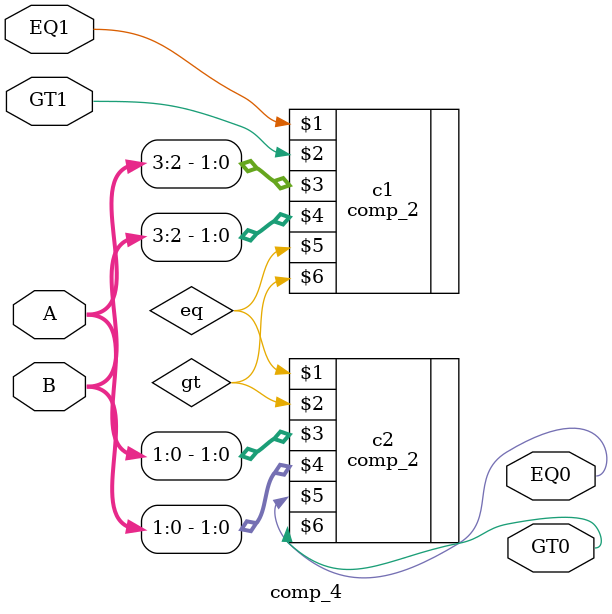
<source format=v>
module comp_4(EQ1, GT1, A, B, EQ0, GT0);
    input EQ1, GT1;
    input [3:0] A, B;
    output EQ0, GT0;

    wire  eq, gt;
    comp_2 c1(EQ1, GT1, A[3:2], B[3:2], eq, gt);
    comp_2 c2(eq, gt, A[1:0], B[1:0], EQ0, GT0);
endmodule
</source>
